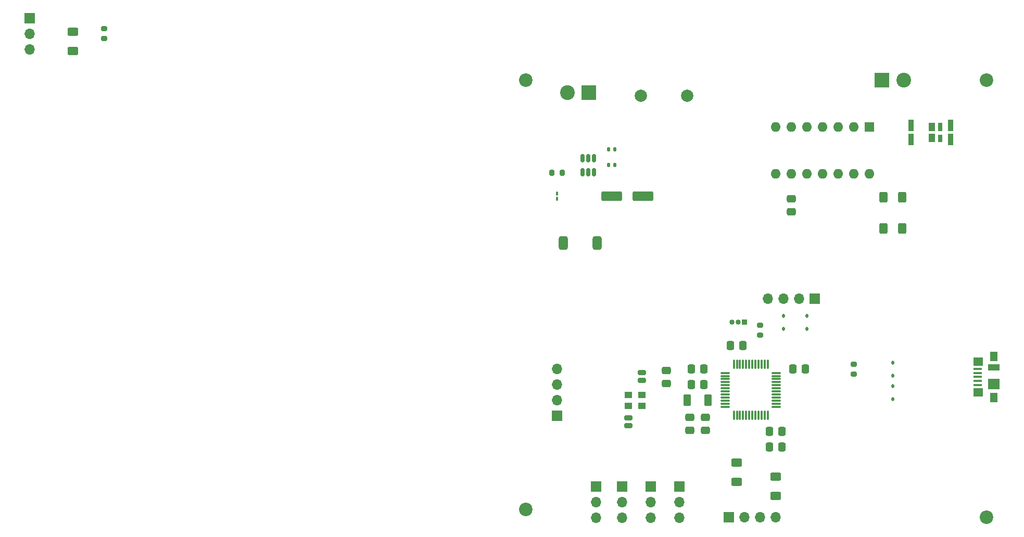
<source format=gbr>
%TF.GenerationSoftware,KiCad,Pcbnew,7.0.8*%
%TF.CreationDate,2025-04-12T00:46:53+05:30*%
%TF.ProjectId,hardware assignement,68617264-7761-4726-9520-61737369676e,rev?*%
%TF.SameCoordinates,Original*%
%TF.FileFunction,Soldermask,Top*%
%TF.FilePolarity,Negative*%
%FSLAX46Y46*%
G04 Gerber Fmt 4.6, Leading zero omitted, Abs format (unit mm)*
G04 Created by KiCad (PCBNEW 7.0.8) date 2025-04-12 00:46:53*
%MOMM*%
%LPD*%
G01*
G04 APERTURE LIST*
G04 Aperture macros list*
%AMRoundRect*
0 Rectangle with rounded corners*
0 $1 Rounding radius*
0 $2 $3 $4 $5 $6 $7 $8 $9 X,Y pos of 4 corners*
0 Add a 4 corners polygon primitive as box body*
4,1,4,$2,$3,$4,$5,$6,$7,$8,$9,$2,$3,0*
0 Add four circle primitives for the rounded corners*
1,1,$1+$1,$2,$3*
1,1,$1+$1,$4,$5*
1,1,$1+$1,$6,$7*
1,1,$1+$1,$8,$9*
0 Add four rect primitives between the rounded corners*
20,1,$1+$1,$2,$3,$4,$5,0*
20,1,$1+$1,$4,$5,$6,$7,0*
20,1,$1+$1,$6,$7,$8,$9,0*
20,1,$1+$1,$8,$9,$2,$3,0*%
G04 Aperture macros list end*
%ADD10O,1.700000X1.700000*%
%ADD11R,1.700000X1.700000*%
%ADD12R,1.550000X1.425000*%
%ADD13R,1.900000X1.000000*%
%ADD14R,1.300000X1.650000*%
%ADD15R,1.900000X1.800000*%
%ADD16R,1.380000X0.450000*%
%ADD17RoundRect,0.250000X0.625000X-0.400000X0.625000X0.400000X-0.625000X0.400000X-0.625000X-0.400000X0*%
%ADD18RoundRect,0.250000X-0.475000X0.337500X-0.475000X-0.337500X0.475000X-0.337500X0.475000X0.337500X0*%
%ADD19RoundRect,0.250000X0.475000X-0.337500X0.475000X0.337500X-0.475000X0.337500X-0.475000X-0.337500X0*%
%ADD20RoundRect,0.200000X-0.275000X0.200000X-0.275000X-0.200000X0.275000X-0.200000X0.275000X0.200000X0*%
%ADD21RoundRect,0.250000X-0.400000X-0.625000X0.400000X-0.625000X0.400000X0.625000X-0.400000X0.625000X0*%
%ADD22RoundRect,0.250000X-0.625000X0.400000X-0.625000X-0.400000X0.625000X-0.400000X0.625000X0.400000X0*%
%ADD23RoundRect,0.375000X0.375000X0.725000X-0.375000X0.725000X-0.375000X-0.725000X0.375000X-0.725000X0*%
%ADD24C,2.400000*%
%ADD25R,2.400000X2.400000*%
%ADD26RoundRect,0.112500X0.112500X-0.187500X0.112500X0.187500X-0.112500X0.187500X-0.112500X-0.187500X0*%
%ADD27RoundRect,0.112500X-0.112500X0.187500X-0.112500X-0.187500X0.112500X-0.187500X0.112500X0.187500X0*%
%ADD28RoundRect,0.140000X-0.140000X-0.170000X0.140000X-0.170000X0.140000X0.170000X-0.140000X0.170000X0*%
%ADD29RoundRect,0.250000X-1.412500X-0.550000X1.412500X-0.550000X1.412500X0.550000X-1.412500X0.550000X0*%
%ADD30C,2.000000*%
%ADD31R,1.300000X1.000000*%
%ADD32O,1.600000X1.600000*%
%ADD33R,1.600000X1.600000*%
%ADD34RoundRect,0.150000X-0.150000X0.512500X-0.150000X-0.512500X0.150000X-0.512500X0.150000X0.512500X0*%
%ADD35RoundRect,0.075000X-0.662500X-0.075000X0.662500X-0.075000X0.662500X0.075000X-0.662500X0.075000X0*%
%ADD36RoundRect,0.075000X-0.075000X-0.662500X0.075000X-0.662500X0.075000X0.662500X-0.075000X0.662500X0*%
%ADD37O,0.850000X0.850000*%
%ADD38R,0.850000X0.850000*%
%ADD39RoundRect,0.200000X-0.200000X-0.275000X0.200000X-0.275000X0.200000X0.275000X-0.200000X0.275000X0*%
%ADD40R,0.900000X1.850000*%
%ADD41R,0.650000X1.150000*%
%ADD42R,1.000000X1.350000*%
%ADD43R,0.650000X1.350000*%
%ADD44C,2.200000*%
%ADD45RoundRect,0.250000X0.362500X0.700000X-0.362500X0.700000X-0.362500X-0.700000X0.362500X-0.700000X0*%
%ADD46RoundRect,0.100000X-0.100000X0.217500X-0.100000X-0.217500X0.100000X-0.217500X0.100000X0.217500X0*%
%ADD47RoundRect,0.250000X0.337500X0.475000X-0.337500X0.475000X-0.337500X-0.475000X0.337500X-0.475000X0*%
%ADD48RoundRect,0.250000X-0.337500X-0.475000X0.337500X-0.475000X0.337500X0.475000X-0.337500X0.475000X0*%
%ADD49RoundRect,0.208750X-0.431250X0.208750X-0.431250X-0.208750X0.431250X-0.208750X0.431250X0.208750X0*%
%ADD50RoundRect,0.208750X0.431250X-0.208750X0.431250X0.208750X-0.431250X0.208750X-0.431250X-0.208750X0*%
G04 APERTURE END LIST*
D10*
%TO.C,uart*%
X156220000Y-101600000D03*
X153680000Y-101600000D03*
X151140000Y-101600000D03*
D11*
X148600000Y-101600000D03*
%TD*%
D10*
%TO.C,I2C*%
X154930000Y-66040000D03*
X157470000Y-66040000D03*
X160010000Y-66040000D03*
D11*
X162550000Y-66040000D03*
%TD*%
D12*
%TO.C,usb*%
X189125000Y-76252500D03*
D13*
X191700000Y-77190000D03*
D12*
X189125000Y-81227500D03*
D14*
X191700000Y-82115000D03*
X191700000Y-75365000D03*
D15*
X191700000Y-79890000D03*
D16*
X189040000Y-77440000D03*
X189040000Y-78090000D03*
X189040000Y-78740000D03*
X189040000Y-79390000D03*
X189040000Y-80040000D03*
%TD*%
D10*
%TO.C,Serial*%
X120650000Y-77460000D03*
X120650000Y-80000000D03*
X120650000Y-82540000D03*
D11*
X120650000Y-85080000D03*
%TD*%
D17*
%TO.C,R3*%
X41910000Y-22580000D03*
X41910000Y-25680000D03*
%TD*%
D18*
%TO.C,C16*%
X158750000Y-51837500D03*
X158750000Y-49762500D03*
%TD*%
D19*
%TO.C,C11*%
X138430000Y-77702500D03*
X138430000Y-79777500D03*
%TD*%
%TO.C,C10*%
X144780000Y-85322500D03*
X144780000Y-87397500D03*
%TD*%
D10*
%TO.C,J12*%
X34880000Y-25415000D03*
X34880000Y-22875000D03*
D11*
X34880000Y-20335000D03*
%TD*%
D20*
%TO.C,TH1*%
X46990000Y-23685000D03*
X46990000Y-22035000D03*
%TD*%
D21*
%TO.C,R8*%
X176820000Y-49525000D03*
X173720000Y-49525000D03*
%TD*%
%TO.C,R6*%
X176820000Y-54605000D03*
X173720000Y-54605000D03*
%TD*%
D22*
%TO.C,R5*%
X156210000Y-98070000D03*
X156210000Y-94970000D03*
%TD*%
%TO.C,R4*%
X149860000Y-95810000D03*
X149860000Y-92710000D03*
%TD*%
D23*
%TO.C,L1*%
X127210000Y-56960000D03*
X121710000Y-56960000D03*
%TD*%
D24*
%TO.C,J11*%
X177020000Y-30480000D03*
D25*
X173520000Y-30480000D03*
%TD*%
D24*
%TO.C,J10*%
X122320000Y-32450000D03*
D25*
X125820000Y-32450000D03*
%TD*%
D10*
%TO.C,J7*%
X140540000Y-101615000D03*
X140540000Y-99075000D03*
D11*
X140540000Y-96535000D03*
%TD*%
D10*
%TO.C,J6*%
X135890000Y-101615000D03*
X135890000Y-99075000D03*
D11*
X135890000Y-96535000D03*
%TD*%
D10*
%TO.C,J3*%
X131240000Y-101615000D03*
X131240000Y-99075000D03*
D11*
X131240000Y-96535000D03*
%TD*%
D10*
%TO.C,J1*%
X127000000Y-101615000D03*
X127000000Y-99075000D03*
D11*
X127000000Y-96535000D03*
%TD*%
D26*
%TO.C,D6*%
X157480000Y-68800000D03*
X157480000Y-70900000D03*
%TD*%
%TO.C,D4*%
X161290000Y-68800000D03*
X161290000Y-70900000D03*
%TD*%
%TO.C,D3*%
X175260000Y-80230000D03*
X175260000Y-82330000D03*
%TD*%
D27*
%TO.C,D2*%
X175260000Y-78520000D03*
X175260000Y-76420000D03*
%TD*%
D28*
%TO.C,C15*%
X130020000Y-44260000D03*
X129060000Y-44260000D03*
%TD*%
%TO.C,C14*%
X129060000Y-41720000D03*
X130020000Y-41720000D03*
%TD*%
D29*
%TO.C,C13*%
X129540000Y-49340000D03*
X134615000Y-49340000D03*
%TD*%
D30*
%TO.C,C12*%
X141790000Y-33020000D03*
X134290000Y-33020000D03*
%TD*%
D31*
%TO.C,Y1*%
X134450000Y-83450000D03*
X132250000Y-83450000D03*
X132250000Y-81650000D03*
X134450000Y-81650000D03*
%TD*%
D32*
%TO.C,U3*%
X171450000Y-45720000D03*
X168910000Y-45720000D03*
X166370000Y-45720000D03*
X163830000Y-45720000D03*
X161290000Y-45720000D03*
X158750000Y-45720000D03*
X156210000Y-45720000D03*
X156210000Y-38100000D03*
X158750000Y-38100000D03*
X161290000Y-38100000D03*
X163830000Y-38100000D03*
X166370000Y-38100000D03*
X168910000Y-38100000D03*
D33*
X171450000Y-38100000D03*
%TD*%
D34*
%TO.C,U2*%
X126680000Y-45397500D03*
X125730000Y-45397500D03*
X124780000Y-45397500D03*
X124780000Y-43122500D03*
X125730000Y-43122500D03*
X126680000Y-43122500D03*
%TD*%
D35*
%TO.C,U1*%
X148005000Y-78080000D03*
X148005000Y-78580000D03*
X148005000Y-79080000D03*
X148005000Y-79580000D03*
X148005000Y-80080000D03*
X148005000Y-80580000D03*
X148005000Y-81080000D03*
X148005000Y-81580000D03*
X148005000Y-82080000D03*
X148005000Y-82580000D03*
X148005000Y-83080000D03*
X148005000Y-83580000D03*
D36*
X149417500Y-84992500D03*
X149917500Y-84992500D03*
X150417500Y-84992500D03*
X150917500Y-84992500D03*
X151417500Y-84992500D03*
X151917500Y-84992500D03*
X152417500Y-84992500D03*
X152917500Y-84992500D03*
X153417500Y-84992500D03*
X153917500Y-84992500D03*
X154417500Y-84992500D03*
X154917500Y-84992500D03*
D35*
X156330000Y-83580000D03*
X156330000Y-83080000D03*
X156330000Y-82580000D03*
X156330000Y-82080000D03*
X156330000Y-81580000D03*
X156330000Y-81080000D03*
X156330000Y-80580000D03*
X156330000Y-80080000D03*
X156330000Y-79580000D03*
X156330000Y-79080000D03*
X156330000Y-78580000D03*
X156330000Y-78080000D03*
D36*
X154917500Y-76667500D03*
X154417500Y-76667500D03*
X153917500Y-76667500D03*
X153417500Y-76667500D03*
X152917500Y-76667500D03*
X152417500Y-76667500D03*
X151917500Y-76667500D03*
X151417500Y-76667500D03*
X150917500Y-76667500D03*
X150417500Y-76667500D03*
X149917500Y-76667500D03*
X149417500Y-76667500D03*
%TD*%
D37*
%TO.C,SW1*%
X149130000Y-69850000D03*
X150130000Y-69850000D03*
D38*
X151130000Y-69850000D03*
%TD*%
D39*
%TO.C,R7*%
X121475000Y-45530000D03*
X119825000Y-45530000D03*
%TD*%
D20*
%TO.C,R2*%
X168910000Y-78295000D03*
X168910000Y-76645000D03*
%TD*%
%TO.C,R1*%
X153670000Y-71945000D03*
X153670000Y-70295000D03*
%TD*%
D40*
%TO.C,Q2*%
X184635000Y-40125000D03*
X178235000Y-37775000D03*
X184635000Y-37775000D03*
X178235000Y-40125000D03*
D41*
X182985000Y-39900000D03*
D42*
X181610000Y-39800000D03*
X181610000Y-38100000D03*
D43*
X182985000Y-38100000D03*
%TD*%
D44*
%TO.C,H4*%
X190500000Y-101600000D03*
%TD*%
%TO.C,H3*%
X115570000Y-100330000D03*
%TD*%
%TO.C,H2*%
X190500000Y-30480000D03*
%TD*%
%TO.C,H1*%
X115570000Y-30480000D03*
%TD*%
D45*
%TO.C,FB1*%
X141847500Y-82550000D03*
X145172500Y-82550000D03*
%TD*%
D46*
%TO.C,D1*%
X120650000Y-48932500D03*
X120650000Y-49747500D03*
%TD*%
D19*
%TO.C,C9*%
X142240000Y-85322500D03*
X142240000Y-87397500D03*
%TD*%
D47*
%TO.C,C8*%
X142472500Y-77470000D03*
X144547500Y-77470000D03*
%TD*%
D48*
%TO.C,C7*%
X148822500Y-73660000D03*
X150897500Y-73660000D03*
%TD*%
%TO.C,C6*%
X161057500Y-77470000D03*
X158982500Y-77470000D03*
%TD*%
D49*
%TO.C,C5*%
X132233229Y-86661316D03*
X132233229Y-85406316D03*
%TD*%
D48*
%TO.C,C4*%
X157247500Y-90170000D03*
X155172500Y-90170000D03*
%TD*%
%TO.C,C3*%
X157247500Y-87630000D03*
X155172500Y-87630000D03*
%TD*%
D50*
%TO.C,C2*%
X134462072Y-78017558D03*
X134462072Y-79272558D03*
%TD*%
D47*
%TO.C,C1*%
X142472500Y-80010000D03*
X144547500Y-80010000D03*
%TD*%
M02*

</source>
